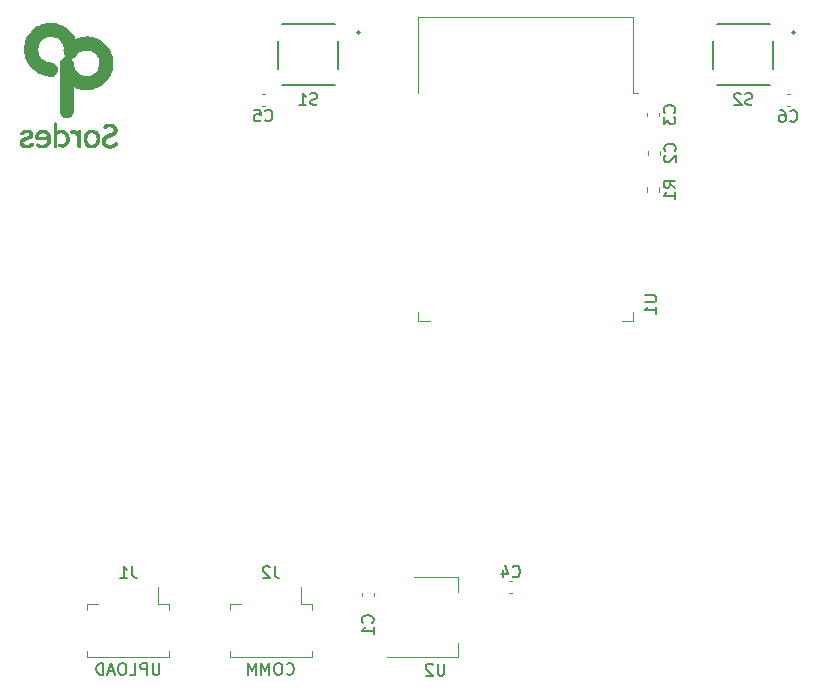
<source format=gbr>
%TF.GenerationSoftware,KiCad,Pcbnew,(5.1.12)-1*%
%TF.CreationDate,2022-08-08T15:47:42+09:00*%
%TF.ProjectId,LCD_module,4c43445f-6d6f-4647-956c-652e6b696361,rev?*%
%TF.SameCoordinates,Original*%
%TF.FileFunction,Legend,Bot*%
%TF.FilePolarity,Positive*%
%FSLAX46Y46*%
G04 Gerber Fmt 4.6, Leading zero omitted, Abs format (unit mm)*
G04 Created by KiCad (PCBNEW (5.1.12)-1) date 2022-08-08 15:47:42*
%MOMM*%
%LPD*%
G01*
G04 APERTURE LIST*
%ADD10C,0.010000*%
%ADD11C,0.120000*%
%ADD12C,0.127000*%
%ADD13C,0.200000*%
%ADD14C,0.150000*%
G04 APERTURE END LIST*
D10*
%TO.C,G\u002A\u002A\u002A*%
G36*
X111370359Y-59546676D02*
G01*
X111297671Y-59548436D01*
X111239937Y-59551196D01*
X111202202Y-59554989D01*
X111201200Y-59555159D01*
X111090187Y-59577079D01*
X110975888Y-59604286D01*
X110865486Y-59634797D01*
X110766164Y-59666632D01*
X110686850Y-59697053D01*
X110525748Y-59771415D01*
X110383306Y-59848482D01*
X110252835Y-59932555D01*
X110127645Y-60027933D01*
X110004612Y-60135612D01*
X109839513Y-60305399D01*
X109694565Y-60490044D01*
X109570602Y-60688050D01*
X109468461Y-60897921D01*
X109388974Y-61118162D01*
X109335399Y-61334650D01*
X109324898Y-61387116D01*
X109314043Y-61439092D01*
X109308383Y-61465007D01*
X109303699Y-61500274D01*
X109300197Y-61555577D01*
X109297867Y-61625580D01*
X109296696Y-61704947D01*
X109296672Y-61788343D01*
X109297782Y-61870430D01*
X109300017Y-61945874D01*
X109303362Y-62009337D01*
X109307807Y-62055486D01*
X109309728Y-62067106D01*
X109320641Y-62122063D01*
X109332430Y-62181988D01*
X109336844Y-62204600D01*
X109389158Y-62412653D01*
X109465410Y-62620911D01*
X109533351Y-62767788D01*
X109648538Y-62969434D01*
X109784738Y-63158118D01*
X109940158Y-63332057D01*
X110113004Y-63489468D01*
X110301483Y-63628568D01*
X110503800Y-63747575D01*
X110535261Y-63763598D01*
X110611728Y-63799095D01*
X110699312Y-63835425D01*
X110790733Y-63869925D01*
X110878711Y-63899927D01*
X110955964Y-63922768D01*
X110996201Y-63932352D01*
X111105391Y-63955046D01*
X111192843Y-63974003D01*
X111261817Y-63989975D01*
X111315576Y-64003715D01*
X111353600Y-64014781D01*
X111423682Y-64029578D01*
X111505397Y-64035837D01*
X111588467Y-64033554D01*
X111662615Y-64022726D01*
X111690835Y-64014895D01*
X111797267Y-63966485D01*
X111888401Y-63900007D01*
X111962954Y-63818511D01*
X112019643Y-63725042D01*
X112057187Y-63622648D01*
X112074303Y-63514376D01*
X112069708Y-63403273D01*
X112042120Y-63292385D01*
X112018525Y-63236364D01*
X111970739Y-63159611D01*
X111906723Y-63088373D01*
X111831955Y-63026892D01*
X111751911Y-62979409D01*
X111672068Y-62950165D01*
X111641753Y-62944567D01*
X111603420Y-62936415D01*
X111573959Y-62924445D01*
X111569035Y-62920964D01*
X111548532Y-62912554D01*
X111509220Y-62903651D01*
X111457625Y-62895566D01*
X111422985Y-62891605D01*
X111316140Y-62878018D01*
X111224406Y-62858658D01*
X111137684Y-62830828D01*
X111045872Y-62791830D01*
X111041265Y-62789679D01*
X110893069Y-62707697D01*
X110763882Y-62609159D01*
X110652536Y-62492925D01*
X110557858Y-62357857D01*
X110512092Y-62274382D01*
X110446941Y-62117205D01*
X110406260Y-61955800D01*
X110389932Y-61792326D01*
X110397843Y-61628938D01*
X110429876Y-61467792D01*
X110485916Y-61311046D01*
X110565847Y-61160855D01*
X110572343Y-61150629D01*
X110671411Y-61019483D01*
X110788973Y-60904116D01*
X110922145Y-60806587D01*
X111068045Y-60728955D01*
X111223790Y-60673277D01*
X111250637Y-60666243D01*
X111416024Y-60637957D01*
X111581982Y-60634439D01*
X111746050Y-60655240D01*
X111905763Y-60699911D01*
X112058660Y-60768000D01*
X112166400Y-60833495D01*
X112262476Y-60910057D01*
X112356398Y-61004783D01*
X112442254Y-61110720D01*
X112514127Y-61220911D01*
X112543972Y-61277500D01*
X112579581Y-61361476D01*
X112608638Y-61449701D01*
X112630225Y-61537239D01*
X112643425Y-61619157D01*
X112647321Y-61690522D01*
X112640995Y-61746400D01*
X112634631Y-61765042D01*
X112627092Y-61797004D01*
X112629856Y-61819615D01*
X112634452Y-61841990D01*
X112638768Y-61882753D01*
X112642150Y-61934892D01*
X112643293Y-61963300D01*
X112653063Y-62069406D01*
X112676919Y-62159354D01*
X112717800Y-62239810D01*
X112778647Y-62317438D01*
X112816777Y-62356596D01*
X112895549Y-62433200D01*
X112833445Y-62433200D01*
X112786348Y-62437725D01*
X112730676Y-62449384D01*
X112694296Y-62460323D01*
X112582621Y-62511672D01*
X112488987Y-62580517D01*
X112413994Y-62666317D01*
X112361959Y-62759816D01*
X112343067Y-62802335D01*
X112326672Y-62837819D01*
X112318024Y-62855302D01*
X112316551Y-62870547D01*
X112315178Y-62909565D01*
X112313904Y-62970727D01*
X112312729Y-63052407D01*
X112311653Y-63152978D01*
X112310677Y-63270812D01*
X112309800Y-63404281D01*
X112309022Y-63551759D01*
X112308343Y-63711617D01*
X112307763Y-63882229D01*
X112307282Y-64061967D01*
X112306900Y-64249204D01*
X112306616Y-64442313D01*
X112306432Y-64639665D01*
X112306346Y-64839634D01*
X112306358Y-65040593D01*
X112306469Y-65240914D01*
X112306678Y-65438969D01*
X112306986Y-65633132D01*
X112307392Y-65821774D01*
X112307897Y-66003269D01*
X112308499Y-66175989D01*
X112309200Y-66338308D01*
X112309999Y-66488596D01*
X112310896Y-66625228D01*
X112311890Y-66746575D01*
X112312983Y-66851011D01*
X112314173Y-66936908D01*
X112315462Y-67002639D01*
X112316847Y-67046576D01*
X112318192Y-67066236D01*
X112345214Y-67171391D01*
X112393200Y-67270645D01*
X112458746Y-67359299D01*
X112538448Y-67432656D01*
X112619030Y-67481507D01*
X112661462Y-67501632D01*
X112697038Y-67518652D01*
X112715503Y-67527628D01*
X112738388Y-67532913D01*
X112777798Y-67536407D01*
X112827211Y-67538150D01*
X112880104Y-67538182D01*
X112929956Y-67536544D01*
X112970244Y-67533274D01*
X112994447Y-67528413D01*
X112998250Y-67525900D01*
X113016414Y-67514593D01*
X113027575Y-67512925D01*
X113069908Y-67502783D01*
X113121916Y-67475992D01*
X113178588Y-67436625D01*
X113234916Y-67388759D01*
X113285889Y-67336469D01*
X113326499Y-67283830D01*
X113342221Y-67256958D01*
X113353962Y-67234150D01*
X113364280Y-67213750D01*
X113373266Y-67194045D01*
X113381012Y-67173324D01*
X113387611Y-67149877D01*
X113393155Y-67121993D01*
X113397735Y-67087959D01*
X113401444Y-67046064D01*
X113404374Y-66994598D01*
X113406617Y-66931849D01*
X113408264Y-66856106D01*
X113409409Y-66765657D01*
X113410143Y-66658792D01*
X113410558Y-66533799D01*
X113410746Y-66388966D01*
X113410799Y-66222584D01*
X113410809Y-66032939D01*
X113410816Y-65981791D01*
X113410927Y-65816410D01*
X113411197Y-65658348D01*
X113411613Y-65509443D01*
X113412163Y-65371535D01*
X113412832Y-65246462D01*
X113413610Y-65136062D01*
X113414483Y-65042174D01*
X113415438Y-64966637D01*
X113416463Y-64911288D01*
X113417546Y-64877966D01*
X113418484Y-64868350D01*
X113432238Y-64870558D01*
X113462988Y-64882660D01*
X113505408Y-64902428D01*
X113531623Y-64915678D01*
X113644306Y-64968815D01*
X113769896Y-65019078D01*
X113898104Y-65062735D01*
X114018638Y-65096052D01*
X114046000Y-65102250D01*
X114232470Y-65133260D01*
X114427989Y-65149098D01*
X114626321Y-65149927D01*
X114821224Y-65135910D01*
X115006461Y-65107211D01*
X115144434Y-65073518D01*
X115369522Y-64994881D01*
X115583739Y-64893752D01*
X115785553Y-64771258D01*
X115973433Y-64628527D01*
X116145849Y-64466686D01*
X116301270Y-64286864D01*
X116401254Y-64147700D01*
X116474136Y-64027259D01*
X116543475Y-63892872D01*
X116605801Y-63752408D01*
X116657644Y-63613742D01*
X116695534Y-63484745D01*
X116697972Y-63474600D01*
X116708090Y-63432007D01*
X116717110Y-63394606D01*
X116719296Y-63385700D01*
X116730721Y-63326480D01*
X116740812Y-63249373D01*
X116749334Y-63159639D01*
X116756048Y-63062538D01*
X116760719Y-62963329D01*
X116762186Y-62904359D01*
X115671685Y-62904359D01*
X115662893Y-63055479D01*
X115632638Y-63207206D01*
X115582150Y-63355568D01*
X115512659Y-63496596D01*
X115425391Y-63626320D01*
X115368142Y-63693708D01*
X115262396Y-63794758D01*
X115146545Y-63879133D01*
X115017011Y-63948821D01*
X114870211Y-64005810D01*
X114738150Y-64043540D01*
X114677604Y-64053156D01*
X114600109Y-64057534D01*
X114513534Y-64056861D01*
X114425744Y-64051326D01*
X114344606Y-64041117D01*
X114303667Y-64033123D01*
X114146620Y-63987461D01*
X114006496Y-63925663D01*
X113878810Y-63845258D01*
X113759076Y-63743775D01*
X113734812Y-63719847D01*
X113640386Y-63610193D01*
X113559343Y-63487235D01*
X113493828Y-63355801D01*
X113445985Y-63220716D01*
X113417961Y-63086804D01*
X113411247Y-62992000D01*
X113399252Y-62871114D01*
X113364529Y-62761497D01*
X113306888Y-62662702D01*
X113237457Y-62584743D01*
X113204625Y-62552982D01*
X113180554Y-62528343D01*
X113169866Y-62515581D01*
X113169700Y-62515031D01*
X113181037Y-62511618D01*
X113209603Y-62509618D01*
X113224753Y-62509400D01*
X113321220Y-62497169D01*
X113416976Y-62462036D01*
X113508477Y-62406341D01*
X113592185Y-62332425D01*
X113664557Y-62242628D01*
X113690055Y-62201895D01*
X113751845Y-62117761D01*
X113835724Y-62038564D01*
X113938561Y-61966239D01*
X114057222Y-61902722D01*
X114188576Y-61849947D01*
X114321741Y-61811648D01*
X114375308Y-61803452D01*
X114446385Y-61798674D01*
X114527324Y-61797242D01*
X114610476Y-61799089D01*
X114688193Y-61804145D01*
X114752824Y-61812340D01*
X114769900Y-61815704D01*
X114934034Y-61864638D01*
X115085419Y-61934845D01*
X115222718Y-62024908D01*
X115344595Y-62133407D01*
X115449713Y-62258924D01*
X115536734Y-62400042D01*
X115604323Y-62555340D01*
X115651143Y-62723402D01*
X115657788Y-62757814D01*
X115671685Y-62904359D01*
X116762186Y-62904359D01*
X116763109Y-62867272D01*
X116762982Y-62779627D01*
X116760100Y-62705654D01*
X116754227Y-62650613D01*
X116752758Y-62642750D01*
X116743914Y-62599276D01*
X116732408Y-62541988D01*
X116720470Y-62481993D01*
X116718356Y-62471300D01*
X116661781Y-62249084D01*
X116582356Y-62035854D01*
X116481488Y-61833065D01*
X116360586Y-61642173D01*
X116221056Y-61464632D01*
X116064308Y-61301898D01*
X115891747Y-61155426D01*
X115704783Y-61026672D01*
X115504824Y-60917091D01*
X115293276Y-60828139D01*
X115071547Y-60761270D01*
X115062000Y-60758959D01*
X114826312Y-60714655D01*
X114593107Y-60695484D01*
X114361358Y-60701425D01*
X114130038Y-60732455D01*
X114101027Y-60738112D01*
X114012851Y-60758466D01*
X113917493Y-60784791D01*
X113822983Y-60814556D01*
X113737351Y-60845231D01*
X113668629Y-60874283D01*
X113667829Y-60874664D01*
X113627793Y-60892866D01*
X113597818Y-60904766D01*
X113584066Y-60907931D01*
X113583895Y-60907794D01*
X113576855Y-60895132D01*
X113560913Y-60864474D01*
X113538507Y-60820555D01*
X113514561Y-60773069D01*
X113395151Y-60562008D01*
X113257993Y-60368988D01*
X113103581Y-60194373D01*
X112932406Y-60038528D01*
X112744963Y-59901817D01*
X112541742Y-59784605D01*
X112323238Y-59687257D01*
X112089944Y-59610138D01*
X111874300Y-59559583D01*
X111838133Y-59555269D01*
X111781619Y-59551722D01*
X111709801Y-59548978D01*
X111627723Y-59547068D01*
X111540429Y-59546025D01*
X111452959Y-59545884D01*
X111370359Y-59546676D01*
G37*
X111370359Y-59546676D02*
X111297671Y-59548436D01*
X111239937Y-59551196D01*
X111202202Y-59554989D01*
X111201200Y-59555159D01*
X111090187Y-59577079D01*
X110975888Y-59604286D01*
X110865486Y-59634797D01*
X110766164Y-59666632D01*
X110686850Y-59697053D01*
X110525748Y-59771415D01*
X110383306Y-59848482D01*
X110252835Y-59932555D01*
X110127645Y-60027933D01*
X110004612Y-60135612D01*
X109839513Y-60305399D01*
X109694565Y-60490044D01*
X109570602Y-60688050D01*
X109468461Y-60897921D01*
X109388974Y-61118162D01*
X109335399Y-61334650D01*
X109324898Y-61387116D01*
X109314043Y-61439092D01*
X109308383Y-61465007D01*
X109303699Y-61500274D01*
X109300197Y-61555577D01*
X109297867Y-61625580D01*
X109296696Y-61704947D01*
X109296672Y-61788343D01*
X109297782Y-61870430D01*
X109300017Y-61945874D01*
X109303362Y-62009337D01*
X109307807Y-62055486D01*
X109309728Y-62067106D01*
X109320641Y-62122063D01*
X109332430Y-62181988D01*
X109336844Y-62204600D01*
X109389158Y-62412653D01*
X109465410Y-62620911D01*
X109533351Y-62767788D01*
X109648538Y-62969434D01*
X109784738Y-63158118D01*
X109940158Y-63332057D01*
X110113004Y-63489468D01*
X110301483Y-63628568D01*
X110503800Y-63747575D01*
X110535261Y-63763598D01*
X110611728Y-63799095D01*
X110699312Y-63835425D01*
X110790733Y-63869925D01*
X110878711Y-63899927D01*
X110955964Y-63922768D01*
X110996201Y-63932352D01*
X111105391Y-63955046D01*
X111192843Y-63974003D01*
X111261817Y-63989975D01*
X111315576Y-64003715D01*
X111353600Y-64014781D01*
X111423682Y-64029578D01*
X111505397Y-64035837D01*
X111588467Y-64033554D01*
X111662615Y-64022726D01*
X111690835Y-64014895D01*
X111797267Y-63966485D01*
X111888401Y-63900007D01*
X111962954Y-63818511D01*
X112019643Y-63725042D01*
X112057187Y-63622648D01*
X112074303Y-63514376D01*
X112069708Y-63403273D01*
X112042120Y-63292385D01*
X112018525Y-63236364D01*
X111970739Y-63159611D01*
X111906723Y-63088373D01*
X111831955Y-63026892D01*
X111751911Y-62979409D01*
X111672068Y-62950165D01*
X111641753Y-62944567D01*
X111603420Y-62936415D01*
X111573959Y-62924445D01*
X111569035Y-62920964D01*
X111548532Y-62912554D01*
X111509220Y-62903651D01*
X111457625Y-62895566D01*
X111422985Y-62891605D01*
X111316140Y-62878018D01*
X111224406Y-62858658D01*
X111137684Y-62830828D01*
X111045872Y-62791830D01*
X111041265Y-62789679D01*
X110893069Y-62707697D01*
X110763882Y-62609159D01*
X110652536Y-62492925D01*
X110557858Y-62357857D01*
X110512092Y-62274382D01*
X110446941Y-62117205D01*
X110406260Y-61955800D01*
X110389932Y-61792326D01*
X110397843Y-61628938D01*
X110429876Y-61467792D01*
X110485916Y-61311046D01*
X110565847Y-61160855D01*
X110572343Y-61150629D01*
X110671411Y-61019483D01*
X110788973Y-60904116D01*
X110922145Y-60806587D01*
X111068045Y-60728955D01*
X111223790Y-60673277D01*
X111250637Y-60666243D01*
X111416024Y-60637957D01*
X111581982Y-60634439D01*
X111746050Y-60655240D01*
X111905763Y-60699911D01*
X112058660Y-60768000D01*
X112166400Y-60833495D01*
X112262476Y-60910057D01*
X112356398Y-61004783D01*
X112442254Y-61110720D01*
X112514127Y-61220911D01*
X112543972Y-61277500D01*
X112579581Y-61361476D01*
X112608638Y-61449701D01*
X112630225Y-61537239D01*
X112643425Y-61619157D01*
X112647321Y-61690522D01*
X112640995Y-61746400D01*
X112634631Y-61765042D01*
X112627092Y-61797004D01*
X112629856Y-61819615D01*
X112634452Y-61841990D01*
X112638768Y-61882753D01*
X112642150Y-61934892D01*
X112643293Y-61963300D01*
X112653063Y-62069406D01*
X112676919Y-62159354D01*
X112717800Y-62239810D01*
X112778647Y-62317438D01*
X112816777Y-62356596D01*
X112895549Y-62433200D01*
X112833445Y-62433200D01*
X112786348Y-62437725D01*
X112730676Y-62449384D01*
X112694296Y-62460323D01*
X112582621Y-62511672D01*
X112488987Y-62580517D01*
X112413994Y-62666317D01*
X112361959Y-62759816D01*
X112343067Y-62802335D01*
X112326672Y-62837819D01*
X112318024Y-62855302D01*
X112316551Y-62870547D01*
X112315178Y-62909565D01*
X112313904Y-62970727D01*
X112312729Y-63052407D01*
X112311653Y-63152978D01*
X112310677Y-63270812D01*
X112309800Y-63404281D01*
X112309022Y-63551759D01*
X112308343Y-63711617D01*
X112307763Y-63882229D01*
X112307282Y-64061967D01*
X112306900Y-64249204D01*
X112306616Y-64442313D01*
X112306432Y-64639665D01*
X112306346Y-64839634D01*
X112306358Y-65040593D01*
X112306469Y-65240914D01*
X112306678Y-65438969D01*
X112306986Y-65633132D01*
X112307392Y-65821774D01*
X112307897Y-66003269D01*
X112308499Y-66175989D01*
X112309200Y-66338308D01*
X112309999Y-66488596D01*
X112310896Y-66625228D01*
X112311890Y-66746575D01*
X112312983Y-66851011D01*
X112314173Y-66936908D01*
X112315462Y-67002639D01*
X112316847Y-67046576D01*
X112318192Y-67066236D01*
X112345214Y-67171391D01*
X112393200Y-67270645D01*
X112458746Y-67359299D01*
X112538448Y-67432656D01*
X112619030Y-67481507D01*
X112661462Y-67501632D01*
X112697038Y-67518652D01*
X112715503Y-67527628D01*
X112738388Y-67532913D01*
X112777798Y-67536407D01*
X112827211Y-67538150D01*
X112880104Y-67538182D01*
X112929956Y-67536544D01*
X112970244Y-67533274D01*
X112994447Y-67528413D01*
X112998250Y-67525900D01*
X113016414Y-67514593D01*
X113027575Y-67512925D01*
X113069908Y-67502783D01*
X113121916Y-67475992D01*
X113178588Y-67436625D01*
X113234916Y-67388759D01*
X113285889Y-67336469D01*
X113326499Y-67283830D01*
X113342221Y-67256958D01*
X113353962Y-67234150D01*
X113364280Y-67213750D01*
X113373266Y-67194045D01*
X113381012Y-67173324D01*
X113387611Y-67149877D01*
X113393155Y-67121993D01*
X113397735Y-67087959D01*
X113401444Y-67046064D01*
X113404374Y-66994598D01*
X113406617Y-66931849D01*
X113408264Y-66856106D01*
X113409409Y-66765657D01*
X113410143Y-66658792D01*
X113410558Y-66533799D01*
X113410746Y-66388966D01*
X113410799Y-66222584D01*
X113410809Y-66032939D01*
X113410816Y-65981791D01*
X113410927Y-65816410D01*
X113411197Y-65658348D01*
X113411613Y-65509443D01*
X113412163Y-65371535D01*
X113412832Y-65246462D01*
X113413610Y-65136062D01*
X113414483Y-65042174D01*
X113415438Y-64966637D01*
X113416463Y-64911288D01*
X113417546Y-64877966D01*
X113418484Y-64868350D01*
X113432238Y-64870558D01*
X113462988Y-64882660D01*
X113505408Y-64902428D01*
X113531623Y-64915678D01*
X113644306Y-64968815D01*
X113769896Y-65019078D01*
X113898104Y-65062735D01*
X114018638Y-65096052D01*
X114046000Y-65102250D01*
X114232470Y-65133260D01*
X114427989Y-65149098D01*
X114626321Y-65149927D01*
X114821224Y-65135910D01*
X115006461Y-65107211D01*
X115144434Y-65073518D01*
X115369522Y-64994881D01*
X115583739Y-64893752D01*
X115785553Y-64771258D01*
X115973433Y-64628527D01*
X116145849Y-64466686D01*
X116301270Y-64286864D01*
X116401254Y-64147700D01*
X116474136Y-64027259D01*
X116543475Y-63892872D01*
X116605801Y-63752408D01*
X116657644Y-63613742D01*
X116695534Y-63484745D01*
X116697972Y-63474600D01*
X116708090Y-63432007D01*
X116717110Y-63394606D01*
X116719296Y-63385700D01*
X116730721Y-63326480D01*
X116740812Y-63249373D01*
X116749334Y-63159639D01*
X116756048Y-63062538D01*
X116760719Y-62963329D01*
X116762186Y-62904359D01*
X115671685Y-62904359D01*
X115662893Y-63055479D01*
X115632638Y-63207206D01*
X115582150Y-63355568D01*
X115512659Y-63496596D01*
X115425391Y-63626320D01*
X115368142Y-63693708D01*
X115262396Y-63794758D01*
X115146545Y-63879133D01*
X115017011Y-63948821D01*
X114870211Y-64005810D01*
X114738150Y-64043540D01*
X114677604Y-64053156D01*
X114600109Y-64057534D01*
X114513534Y-64056861D01*
X114425744Y-64051326D01*
X114344606Y-64041117D01*
X114303667Y-64033123D01*
X114146620Y-63987461D01*
X114006496Y-63925663D01*
X113878810Y-63845258D01*
X113759076Y-63743775D01*
X113734812Y-63719847D01*
X113640386Y-63610193D01*
X113559343Y-63487235D01*
X113493828Y-63355801D01*
X113445985Y-63220716D01*
X113417961Y-63086804D01*
X113411247Y-62992000D01*
X113399252Y-62871114D01*
X113364529Y-62761497D01*
X113306888Y-62662702D01*
X113237457Y-62584743D01*
X113204625Y-62552982D01*
X113180554Y-62528343D01*
X113169866Y-62515581D01*
X113169700Y-62515031D01*
X113181037Y-62511618D01*
X113209603Y-62509618D01*
X113224753Y-62509400D01*
X113321220Y-62497169D01*
X113416976Y-62462036D01*
X113508477Y-62406341D01*
X113592185Y-62332425D01*
X113664557Y-62242628D01*
X113690055Y-62201895D01*
X113751845Y-62117761D01*
X113835724Y-62038564D01*
X113938561Y-61966239D01*
X114057222Y-61902722D01*
X114188576Y-61849947D01*
X114321741Y-61811648D01*
X114375308Y-61803452D01*
X114446385Y-61798674D01*
X114527324Y-61797242D01*
X114610476Y-61799089D01*
X114688193Y-61804145D01*
X114752824Y-61812340D01*
X114769900Y-61815704D01*
X114934034Y-61864638D01*
X115085419Y-61934845D01*
X115222718Y-62024908D01*
X115344595Y-62133407D01*
X115449713Y-62258924D01*
X115536734Y-62400042D01*
X115604323Y-62555340D01*
X115651143Y-62723402D01*
X115657788Y-62757814D01*
X115671685Y-62904359D01*
X116762186Y-62904359D01*
X116763109Y-62867272D01*
X116762982Y-62779627D01*
X116760100Y-62705654D01*
X116754227Y-62650613D01*
X116752758Y-62642750D01*
X116743914Y-62599276D01*
X116732408Y-62541988D01*
X116720470Y-62481993D01*
X116718356Y-62471300D01*
X116661781Y-62249084D01*
X116582356Y-62035854D01*
X116481488Y-61833065D01*
X116360586Y-61642173D01*
X116221056Y-61464632D01*
X116064308Y-61301898D01*
X115891747Y-61155426D01*
X115704783Y-61026672D01*
X115504824Y-60917091D01*
X115293276Y-60828139D01*
X115071547Y-60761270D01*
X115062000Y-60758959D01*
X114826312Y-60714655D01*
X114593107Y-60695484D01*
X114361358Y-60701425D01*
X114130038Y-60732455D01*
X114101027Y-60738112D01*
X114012851Y-60758466D01*
X113917493Y-60784791D01*
X113822983Y-60814556D01*
X113737351Y-60845231D01*
X113668629Y-60874283D01*
X113667829Y-60874664D01*
X113627793Y-60892866D01*
X113597818Y-60904766D01*
X113584066Y-60907931D01*
X113583895Y-60907794D01*
X113576855Y-60895132D01*
X113560913Y-60864474D01*
X113538507Y-60820555D01*
X113514561Y-60773069D01*
X113395151Y-60562008D01*
X113257993Y-60368988D01*
X113103581Y-60194373D01*
X112932406Y-60038528D01*
X112744963Y-59901817D01*
X112541742Y-59784605D01*
X112323238Y-59687257D01*
X112089944Y-59610138D01*
X111874300Y-59559583D01*
X111838133Y-59555269D01*
X111781619Y-59551722D01*
X111709801Y-59548978D01*
X111627723Y-59547068D01*
X111540429Y-59546025D01*
X111452959Y-59545884D01*
X111370359Y-59546676D01*
G36*
X111837991Y-67992758D02*
G01*
X111827384Y-68001050D01*
X111791750Y-68031700D01*
X111791750Y-70017299D01*
X111827384Y-70047949D01*
X111875092Y-70074196D01*
X111926218Y-70076298D01*
X111976476Y-70054315D01*
X111987626Y-70045721D01*
X112026700Y-70012842D01*
X112026700Y-69006887D01*
X112093375Y-68942355D01*
X112161168Y-68883971D01*
X112226058Y-68845609D01*
X112295562Y-68824127D01*
X112377196Y-68816381D01*
X112395000Y-68816203D01*
X112497804Y-68825327D01*
X112585958Y-68853485D01*
X112663094Y-68902078D01*
X112696754Y-68932553D01*
X112753535Y-69002045D01*
X112792702Y-69081154D01*
X112816008Y-69174350D01*
X112824196Y-69257462D01*
X112821774Y-69388377D01*
X112801125Y-69503194D01*
X112762541Y-69601280D01*
X112706309Y-69682004D01*
X112632720Y-69744733D01*
X112590282Y-69768773D01*
X112508419Y-69795803D01*
X112408664Y-69805457D01*
X112290705Y-69797760D01*
X112264385Y-69794062D01*
X112221631Y-69788638D01*
X112194908Y-69789723D01*
X112175335Y-69798867D01*
X112159610Y-69812313D01*
X112133613Y-69852163D01*
X112130736Y-69897166D01*
X112146813Y-69934279D01*
X112180909Y-69964315D01*
X112234637Y-69989659D01*
X112302501Y-70009297D01*
X112379001Y-70022218D01*
X112458639Y-70027408D01*
X112535916Y-70023857D01*
X112587009Y-70015318D01*
X112704838Y-69975636D01*
X112809484Y-69915167D01*
X112899202Y-69835802D01*
X112972250Y-69739429D01*
X113026886Y-69627940D01*
X113061366Y-69503223D01*
X113061893Y-69500297D01*
X113077504Y-69356232D01*
X113072830Y-69219229D01*
X113049176Y-69091099D01*
X113007850Y-68973651D01*
X112950157Y-68868694D01*
X112877405Y-68778037D01*
X112790900Y-68703489D01*
X112691949Y-68646860D01*
X112581857Y-68609958D01*
X112461931Y-68594594D01*
X112408182Y-68595034D01*
X112347378Y-68599422D01*
X112300468Y-68607680D01*
X112255966Y-68622712D01*
X112203734Y-68646761D01*
X112153120Y-68673347D01*
X112106072Y-68700957D01*
X112071647Y-68724229D01*
X112067975Y-68727143D01*
X112026700Y-68761055D01*
X112026700Y-68036157D01*
X111987626Y-68003278D01*
X111938186Y-67975680D01*
X111886880Y-67972154D01*
X111837991Y-67992758D01*
G37*
X111837991Y-67992758D02*
X111827384Y-68001050D01*
X111791750Y-68031700D01*
X111791750Y-70017299D01*
X111827384Y-70047949D01*
X111875092Y-70074196D01*
X111926218Y-70076298D01*
X111976476Y-70054315D01*
X111987626Y-70045721D01*
X112026700Y-70012842D01*
X112026700Y-69006887D01*
X112093375Y-68942355D01*
X112161168Y-68883971D01*
X112226058Y-68845609D01*
X112295562Y-68824127D01*
X112377196Y-68816381D01*
X112395000Y-68816203D01*
X112497804Y-68825327D01*
X112585958Y-68853485D01*
X112663094Y-68902078D01*
X112696754Y-68932553D01*
X112753535Y-69002045D01*
X112792702Y-69081154D01*
X112816008Y-69174350D01*
X112824196Y-69257462D01*
X112821774Y-69388377D01*
X112801125Y-69503194D01*
X112762541Y-69601280D01*
X112706309Y-69682004D01*
X112632720Y-69744733D01*
X112590282Y-69768773D01*
X112508419Y-69795803D01*
X112408664Y-69805457D01*
X112290705Y-69797760D01*
X112264385Y-69794062D01*
X112221631Y-69788638D01*
X112194908Y-69789723D01*
X112175335Y-69798867D01*
X112159610Y-69812313D01*
X112133613Y-69852163D01*
X112130736Y-69897166D01*
X112146813Y-69934279D01*
X112180909Y-69964315D01*
X112234637Y-69989659D01*
X112302501Y-70009297D01*
X112379001Y-70022218D01*
X112458639Y-70027408D01*
X112535916Y-70023857D01*
X112587009Y-70015318D01*
X112704838Y-69975636D01*
X112809484Y-69915167D01*
X112899202Y-69835802D01*
X112972250Y-69739429D01*
X113026886Y-69627940D01*
X113061366Y-69503223D01*
X113061893Y-69500297D01*
X113077504Y-69356232D01*
X113072830Y-69219229D01*
X113049176Y-69091099D01*
X113007850Y-68973651D01*
X112950157Y-68868694D01*
X112877405Y-68778037D01*
X112790900Y-68703489D01*
X112691949Y-68646860D01*
X112581857Y-68609958D01*
X112461931Y-68594594D01*
X112408182Y-68595034D01*
X112347378Y-68599422D01*
X112300468Y-68607680D01*
X112255966Y-68622712D01*
X112203734Y-68646761D01*
X112153120Y-68673347D01*
X112106072Y-68700957D01*
X112071647Y-68724229D01*
X112067975Y-68727143D01*
X112026700Y-68761055D01*
X112026700Y-68036157D01*
X111987626Y-68003278D01*
X111938186Y-67975680D01*
X111886880Y-67972154D01*
X111837991Y-67992758D01*
G36*
X113882990Y-68600103D02*
G01*
X113845905Y-68625832D01*
X113841824Y-68629823D01*
X113819873Y-68655317D01*
X113808733Y-68681583D01*
X113804938Y-68718825D01*
X113804700Y-68739146D01*
X113804700Y-68811347D01*
X113746723Y-68746861D01*
X113666555Y-68676023D01*
X113573391Y-68626753D01*
X113468707Y-68599746D01*
X113424825Y-68595383D01*
X113345851Y-68595837D01*
X113286685Y-68608409D01*
X113244201Y-68634293D01*
X113215273Y-68674686D01*
X113214767Y-68675743D01*
X113201155Y-68727432D01*
X113212350Y-68773995D01*
X113240242Y-68809249D01*
X113259890Y-68823683D01*
X113286422Y-68833805D01*
X113325840Y-68841158D01*
X113384147Y-68847287D01*
X113390092Y-68847795D01*
X113481884Y-68859838D01*
X113551561Y-68878446D01*
X113568534Y-68885561D01*
X113639981Y-68932821D01*
X113700653Y-69001095D01*
X113748831Y-69087666D01*
X113782796Y-69189819D01*
X113793028Y-69240400D01*
X113796116Y-69271816D01*
X113798898Y-69324447D01*
X113801256Y-69394108D01*
X113803075Y-69476614D01*
X113804237Y-69567782D01*
X113804627Y-69657301D01*
X113804700Y-70004353D01*
X113841824Y-70041476D01*
X113879044Y-70069442D01*
X113920289Y-70078526D01*
X113925350Y-70078600D01*
X113967711Y-70071196D01*
X114004796Y-70045467D01*
X114008877Y-70041476D01*
X114046000Y-70004353D01*
X114046000Y-68666946D01*
X114008877Y-68629823D01*
X113971657Y-68601857D01*
X113930412Y-68592773D01*
X113925350Y-68592700D01*
X113882990Y-68600103D01*
G37*
X113882990Y-68600103D02*
X113845905Y-68625832D01*
X113841824Y-68629823D01*
X113819873Y-68655317D01*
X113808733Y-68681583D01*
X113804938Y-68718825D01*
X113804700Y-68739146D01*
X113804700Y-68811347D01*
X113746723Y-68746861D01*
X113666555Y-68676023D01*
X113573391Y-68626753D01*
X113468707Y-68599746D01*
X113424825Y-68595383D01*
X113345851Y-68595837D01*
X113286685Y-68608409D01*
X113244201Y-68634293D01*
X113215273Y-68674686D01*
X113214767Y-68675743D01*
X113201155Y-68727432D01*
X113212350Y-68773995D01*
X113240242Y-68809249D01*
X113259890Y-68823683D01*
X113286422Y-68833805D01*
X113325840Y-68841158D01*
X113384147Y-68847287D01*
X113390092Y-68847795D01*
X113481884Y-68859838D01*
X113551561Y-68878446D01*
X113568534Y-68885561D01*
X113639981Y-68932821D01*
X113700653Y-69001095D01*
X113748831Y-69087666D01*
X113782796Y-69189819D01*
X113793028Y-69240400D01*
X113796116Y-69271816D01*
X113798898Y-69324447D01*
X113801256Y-69394108D01*
X113803075Y-69476614D01*
X113804237Y-69567782D01*
X113804627Y-69657301D01*
X113804700Y-70004353D01*
X113841824Y-70041476D01*
X113879044Y-70069442D01*
X113920289Y-70078526D01*
X113925350Y-70078600D01*
X113967711Y-70071196D01*
X114004796Y-70045467D01*
X114008877Y-70041476D01*
X114046000Y-70004353D01*
X114046000Y-68666946D01*
X114008877Y-68629823D01*
X113971657Y-68601857D01*
X113930412Y-68592773D01*
X113925350Y-68592700D01*
X113882990Y-68600103D01*
G36*
X109358404Y-68590745D02*
G01*
X109250488Y-68619462D01*
X109179745Y-68649740D01*
X109105647Y-68693615D01*
X109045510Y-68742538D01*
X109001076Y-68793748D01*
X108974086Y-68844484D01*
X108966282Y-68891986D01*
X108979405Y-68933493D01*
X108991400Y-68948300D01*
X109030794Y-68971578D01*
X109078119Y-68971025D01*
X109132761Y-68946729D01*
X109165649Y-68923326D01*
X109239336Y-68869498D01*
X109305282Y-68833448D01*
X109370642Y-68812378D01*
X109442568Y-68803491D01*
X109474000Y-68802722D01*
X109558272Y-68806334D01*
X109623740Y-68818854D01*
X109675921Y-68841860D01*
X109714854Y-68871682D01*
X109739358Y-68898918D01*
X109750653Y-68927497D01*
X109753400Y-68969261D01*
X109753400Y-68969619D01*
X109750454Y-69010083D01*
X109739856Y-69044155D01*
X109718970Y-69073715D01*
X109685157Y-69100645D01*
X109635782Y-69126824D01*
X109568206Y-69154132D01*
X109479792Y-69184449D01*
X109429550Y-69200505D01*
X109304107Y-69242855D01*
X109201120Y-69284445D01*
X109117770Y-69327003D01*
X109051236Y-69372254D01*
X108998697Y-69421927D01*
X108957333Y-69477747D01*
X108946546Y-69496193D01*
X108926754Y-69535294D01*
X108915343Y-69569959D01*
X108910109Y-69610102D01*
X108908851Y-69665639D01*
X108908850Y-69665850D01*
X108918555Y-69766242D01*
X108948104Y-69852397D01*
X108998153Y-69925045D01*
X109069357Y-69984919D01*
X109162368Y-70032750D01*
X109267510Y-70066682D01*
X109371551Y-70084821D01*
X109486036Y-70090582D01*
X109599919Y-70083980D01*
X109698003Y-70066135D01*
X109796137Y-70034187D01*
X109881587Y-69993968D01*
X109950666Y-69947711D01*
X109999692Y-69897649D01*
X110014207Y-69874517D01*
X110031203Y-69821716D01*
X110029158Y-69771333D01*
X110008594Y-69730564D01*
X110003407Y-69725213D01*
X109962445Y-69700792D01*
X109915521Y-69699725D01*
X109861465Y-69722158D01*
X109823932Y-69747873D01*
X109774086Y-69782253D01*
X109716597Y-69816147D01*
X109683059Y-69833167D01*
X109643683Y-69849925D01*
X109608156Y-69860397D01*
X109568171Y-69866037D01*
X109515421Y-69868297D01*
X109480350Y-69868618D01*
X109388776Y-69865096D01*
X109316628Y-69852831D01*
X109258985Y-69830324D01*
X109210929Y-69796074D01*
X109196482Y-69782090D01*
X109160084Y-69728848D01*
X109147301Y-69671479D01*
X109157617Y-69613783D01*
X109190514Y-69559559D01*
X109231891Y-69521846D01*
X109265036Y-69503080D01*
X109319341Y-69478779D01*
X109391512Y-69450281D01*
X109478257Y-69418928D01*
X109519854Y-69404687D01*
X109634299Y-69364554D01*
X109726898Y-69328017D01*
X109800598Y-69293145D01*
X109858344Y-69258008D01*
X109903083Y-69220672D01*
X109937761Y-69179208D01*
X109965322Y-69131683D01*
X109977537Y-69104611D01*
X109993797Y-69041215D01*
X109997191Y-68967191D01*
X109987959Y-68893668D01*
X109971903Y-68843276D01*
X109923740Y-68764537D01*
X109856637Y-68698606D01*
X109774062Y-68646332D01*
X109679484Y-68608562D01*
X109576369Y-68586143D01*
X109468187Y-68579921D01*
X109358404Y-68590745D01*
G37*
X109358404Y-68590745D02*
X109250488Y-68619462D01*
X109179745Y-68649740D01*
X109105647Y-68693615D01*
X109045510Y-68742538D01*
X109001076Y-68793748D01*
X108974086Y-68844484D01*
X108966282Y-68891986D01*
X108979405Y-68933493D01*
X108991400Y-68948300D01*
X109030794Y-68971578D01*
X109078119Y-68971025D01*
X109132761Y-68946729D01*
X109165649Y-68923326D01*
X109239336Y-68869498D01*
X109305282Y-68833448D01*
X109370642Y-68812378D01*
X109442568Y-68803491D01*
X109474000Y-68802722D01*
X109558272Y-68806334D01*
X109623740Y-68818854D01*
X109675921Y-68841860D01*
X109714854Y-68871682D01*
X109739358Y-68898918D01*
X109750653Y-68927497D01*
X109753400Y-68969261D01*
X109753400Y-68969619D01*
X109750454Y-69010083D01*
X109739856Y-69044155D01*
X109718970Y-69073715D01*
X109685157Y-69100645D01*
X109635782Y-69126824D01*
X109568206Y-69154132D01*
X109479792Y-69184449D01*
X109429550Y-69200505D01*
X109304107Y-69242855D01*
X109201120Y-69284445D01*
X109117770Y-69327003D01*
X109051236Y-69372254D01*
X108998697Y-69421927D01*
X108957333Y-69477747D01*
X108946546Y-69496193D01*
X108926754Y-69535294D01*
X108915343Y-69569959D01*
X108910109Y-69610102D01*
X108908851Y-69665639D01*
X108908850Y-69665850D01*
X108918555Y-69766242D01*
X108948104Y-69852397D01*
X108998153Y-69925045D01*
X109069357Y-69984919D01*
X109162368Y-70032750D01*
X109267510Y-70066682D01*
X109371551Y-70084821D01*
X109486036Y-70090582D01*
X109599919Y-70083980D01*
X109698003Y-70066135D01*
X109796137Y-70034187D01*
X109881587Y-69993968D01*
X109950666Y-69947711D01*
X109999692Y-69897649D01*
X110014207Y-69874517D01*
X110031203Y-69821716D01*
X110029158Y-69771333D01*
X110008594Y-69730564D01*
X110003407Y-69725213D01*
X109962445Y-69700792D01*
X109915521Y-69699725D01*
X109861465Y-69722158D01*
X109823932Y-69747873D01*
X109774086Y-69782253D01*
X109716597Y-69816147D01*
X109683059Y-69833167D01*
X109643683Y-69849925D01*
X109608156Y-69860397D01*
X109568171Y-69866037D01*
X109515421Y-69868297D01*
X109480350Y-69868618D01*
X109388776Y-69865096D01*
X109316628Y-69852831D01*
X109258985Y-69830324D01*
X109210929Y-69796074D01*
X109196482Y-69782090D01*
X109160084Y-69728848D01*
X109147301Y-69671479D01*
X109157617Y-69613783D01*
X109190514Y-69559559D01*
X109231891Y-69521846D01*
X109265036Y-69503080D01*
X109319341Y-69478779D01*
X109391512Y-69450281D01*
X109478257Y-69418928D01*
X109519854Y-69404687D01*
X109634299Y-69364554D01*
X109726898Y-69328017D01*
X109800598Y-69293145D01*
X109858344Y-69258008D01*
X109903083Y-69220672D01*
X109937761Y-69179208D01*
X109965322Y-69131683D01*
X109977537Y-69104611D01*
X109993797Y-69041215D01*
X109997191Y-68967191D01*
X109987959Y-68893668D01*
X109971903Y-68843276D01*
X109923740Y-68764537D01*
X109856637Y-68698606D01*
X109774062Y-68646332D01*
X109679484Y-68608562D01*
X109576369Y-68586143D01*
X109468187Y-68579921D01*
X109358404Y-68590745D01*
G36*
X110710844Y-68591539D02*
G01*
X110597717Y-68625567D01*
X110496997Y-68681200D01*
X110410114Y-68757554D01*
X110338502Y-68853744D01*
X110311849Y-68902841D01*
X110276645Y-68987232D01*
X110252679Y-69071271D01*
X110240232Y-69150841D01*
X110239584Y-69221824D01*
X110251013Y-69280101D01*
X110274801Y-69321556D01*
X110282889Y-69328948D01*
X110292272Y-69335620D01*
X110303463Y-69341028D01*
X110319046Y-69345305D01*
X110341603Y-69348584D01*
X110373718Y-69350997D01*
X110417975Y-69352676D01*
X110476956Y-69353753D01*
X110553244Y-69354361D01*
X110649423Y-69354632D01*
X110768076Y-69354699D01*
X110785646Y-69354700D01*
X111255667Y-69354700D01*
X111248421Y-69450504D01*
X111229790Y-69556042D01*
X111191892Y-69650870D01*
X111136787Y-69731919D01*
X111066540Y-69796122D01*
X110987513Y-69838769D01*
X110939983Y-69854081D01*
X110888713Y-69863148D01*
X110824799Y-69867303D01*
X110792682Y-69867897D01*
X110736858Y-69868057D01*
X110696571Y-69865903D01*
X110663447Y-69859357D01*
X110629111Y-69846341D01*
X110585188Y-69824775D01*
X110554310Y-69808725D01*
X110483430Y-69774490D01*
X110429113Y-69755247D01*
X110387848Y-69750421D01*
X110356124Y-69759441D01*
X110337924Y-69773476D01*
X110310537Y-69815329D01*
X110306459Y-69860428D01*
X110324151Y-69906750D01*
X110362074Y-69952268D01*
X110418691Y-69994960D01*
X110492462Y-70032798D01*
X110551574Y-70054702D01*
X110620775Y-70071034D01*
X110705114Y-70082035D01*
X110795979Y-70087367D01*
X110884758Y-70086691D01*
X110962838Y-70079670D01*
X111000774Y-70072320D01*
X111121844Y-70029385D01*
X111228457Y-69965953D01*
X111319571Y-69883094D01*
X111394144Y-69781877D01*
X111451133Y-69663375D01*
X111476752Y-69583300D01*
X111488692Y-69523631D01*
X111495840Y-69450051D01*
X111498649Y-69357479D01*
X111498730Y-69335650D01*
X111496757Y-69238548D01*
X111490536Y-69161481D01*
X111484293Y-69125960D01*
X111240491Y-69125960D01*
X111236636Y-69140901D01*
X111222552Y-69151401D01*
X111195905Y-69158231D01*
X111154361Y-69162160D01*
X111095586Y-69163960D01*
X111017246Y-69164401D01*
X110917006Y-69164253D01*
X110858300Y-69164200D01*
X110477300Y-69164200D01*
X110477300Y-69132926D01*
X110485133Y-69085075D01*
X110505761Y-69027962D01*
X110534881Y-68971107D01*
X110568191Y-68924032D01*
X110575137Y-68916464D01*
X110646093Y-68861015D01*
X110731876Y-68825818D01*
X110789463Y-68814437D01*
X110854088Y-68812870D01*
X110927898Y-68821615D01*
X110998521Y-68838645D01*
X111042450Y-68855880D01*
X111100815Y-68895497D01*
X111155573Y-68951071D01*
X111198602Y-69013560D01*
X111214022Y-69046789D01*
X111226850Y-69079675D01*
X111236451Y-69105808D01*
X111240491Y-69125960D01*
X111484293Y-69125960D01*
X111479618Y-69099369D01*
X111476752Y-69088000D01*
X111430785Y-68958341D01*
X111367210Y-68846058D01*
X111287280Y-68752143D01*
X111192251Y-68677589D01*
X111083377Y-68623389D01*
X110961913Y-68590535D01*
X110834944Y-68580000D01*
X110710844Y-68591539D01*
G37*
X110710844Y-68591539D02*
X110597717Y-68625567D01*
X110496997Y-68681200D01*
X110410114Y-68757554D01*
X110338502Y-68853744D01*
X110311849Y-68902841D01*
X110276645Y-68987232D01*
X110252679Y-69071271D01*
X110240232Y-69150841D01*
X110239584Y-69221824D01*
X110251013Y-69280101D01*
X110274801Y-69321556D01*
X110282889Y-69328948D01*
X110292272Y-69335620D01*
X110303463Y-69341028D01*
X110319046Y-69345305D01*
X110341603Y-69348584D01*
X110373718Y-69350997D01*
X110417975Y-69352676D01*
X110476956Y-69353753D01*
X110553244Y-69354361D01*
X110649423Y-69354632D01*
X110768076Y-69354699D01*
X110785646Y-69354700D01*
X111255667Y-69354700D01*
X111248421Y-69450504D01*
X111229790Y-69556042D01*
X111191892Y-69650870D01*
X111136787Y-69731919D01*
X111066540Y-69796122D01*
X110987513Y-69838769D01*
X110939983Y-69854081D01*
X110888713Y-69863148D01*
X110824799Y-69867303D01*
X110792682Y-69867897D01*
X110736858Y-69868057D01*
X110696571Y-69865903D01*
X110663447Y-69859357D01*
X110629111Y-69846341D01*
X110585188Y-69824775D01*
X110554310Y-69808725D01*
X110483430Y-69774490D01*
X110429113Y-69755247D01*
X110387848Y-69750421D01*
X110356124Y-69759441D01*
X110337924Y-69773476D01*
X110310537Y-69815329D01*
X110306459Y-69860428D01*
X110324151Y-69906750D01*
X110362074Y-69952268D01*
X110418691Y-69994960D01*
X110492462Y-70032798D01*
X110551574Y-70054702D01*
X110620775Y-70071034D01*
X110705114Y-70082035D01*
X110795979Y-70087367D01*
X110884758Y-70086691D01*
X110962838Y-70079670D01*
X111000774Y-70072320D01*
X111121844Y-70029385D01*
X111228457Y-69965953D01*
X111319571Y-69883094D01*
X111394144Y-69781877D01*
X111451133Y-69663375D01*
X111476752Y-69583300D01*
X111488692Y-69523631D01*
X111495840Y-69450051D01*
X111498649Y-69357479D01*
X111498730Y-69335650D01*
X111496757Y-69238548D01*
X111490536Y-69161481D01*
X111484293Y-69125960D01*
X111240491Y-69125960D01*
X111236636Y-69140901D01*
X111222552Y-69151401D01*
X111195905Y-69158231D01*
X111154361Y-69162160D01*
X111095586Y-69163960D01*
X111017246Y-69164401D01*
X110917006Y-69164253D01*
X110858300Y-69164200D01*
X110477300Y-69164200D01*
X110477300Y-69132926D01*
X110485133Y-69085075D01*
X110505761Y-69027962D01*
X110534881Y-68971107D01*
X110568191Y-68924032D01*
X110575137Y-68916464D01*
X110646093Y-68861015D01*
X110731876Y-68825818D01*
X110789463Y-68814437D01*
X110854088Y-68812870D01*
X110927898Y-68821615D01*
X110998521Y-68838645D01*
X111042450Y-68855880D01*
X111100815Y-68895497D01*
X111155573Y-68951071D01*
X111198602Y-69013560D01*
X111214022Y-69046789D01*
X111226850Y-69079675D01*
X111236451Y-69105808D01*
X111240491Y-69125960D01*
X111484293Y-69125960D01*
X111479618Y-69099369D01*
X111476752Y-69088000D01*
X111430785Y-68958341D01*
X111367210Y-68846058D01*
X111287280Y-68752143D01*
X111192251Y-68677589D01*
X111083377Y-68623389D01*
X110961913Y-68590535D01*
X110834944Y-68580000D01*
X110710844Y-68591539D01*
G36*
X114868351Y-68590635D02*
G01*
X114754564Y-68623176D01*
X114650528Y-68678578D01*
X114553940Y-68757795D01*
X114545967Y-68765690D01*
X114465384Y-68863938D01*
X114404598Y-68977207D01*
X114363457Y-69105927D01*
X114341805Y-69250531D01*
X114338100Y-69348350D01*
X114347943Y-69498346D01*
X114377082Y-69633740D01*
X114424928Y-69753667D01*
X114490897Y-69857263D01*
X114574402Y-69943665D01*
X114674856Y-70012009D01*
X114791672Y-70061430D01*
X114829631Y-70072388D01*
X114897855Y-70084198D01*
X114979743Y-70089472D01*
X115064871Y-70088227D01*
X115142812Y-70080485D01*
X115185641Y-70071721D01*
X115297268Y-70029096D01*
X115399349Y-69965445D01*
X115487873Y-69884145D01*
X115558828Y-69788572D01*
X115587989Y-69733174D01*
X115620141Y-69656846D01*
X115642310Y-69587502D01*
X115656075Y-69517092D01*
X115663016Y-69437567D01*
X115663917Y-69386822D01*
X115429089Y-69386822D01*
X115415068Y-69498283D01*
X115385345Y-69601280D01*
X115340313Y-69690510D01*
X115324060Y-69713562D01*
X115254496Y-69785220D01*
X115172969Y-69835813D01*
X115082688Y-69864647D01*
X114986861Y-69871028D01*
X114888697Y-69854262D01*
X114811894Y-69824338D01*
X114755223Y-69790685D01*
X114708454Y-69752167D01*
X114694183Y-69736309D01*
X114638257Y-69647801D01*
X114599505Y-69548191D01*
X114577497Y-69441445D01*
X114571807Y-69331528D01*
X114582004Y-69222404D01*
X114607660Y-69118039D01*
X114648347Y-69022398D01*
X114703634Y-68939447D01*
X114773095Y-68873150D01*
X114788707Y-68862200D01*
X114873538Y-68820103D01*
X114962681Y-68801021D01*
X115052633Y-68803800D01*
X115139892Y-68827285D01*
X115220956Y-68870324D01*
X115292323Y-68931763D01*
X115350491Y-69010447D01*
X115372997Y-69054684D01*
X115408447Y-69159719D01*
X115427013Y-69272199D01*
X115429089Y-69386822D01*
X115663917Y-69386822D01*
X115664714Y-69342000D01*
X115658713Y-69210499D01*
X115640588Y-69096724D01*
X115608720Y-68995273D01*
X115561486Y-68900742D01*
X115508938Y-68822986D01*
X115425436Y-68731894D01*
X115327888Y-68661833D01*
X115216916Y-68613096D01*
X115093143Y-68585977D01*
X114994194Y-68580000D01*
X114868351Y-68590635D01*
G37*
X114868351Y-68590635D02*
X114754564Y-68623176D01*
X114650528Y-68678578D01*
X114553940Y-68757795D01*
X114545967Y-68765690D01*
X114465384Y-68863938D01*
X114404598Y-68977207D01*
X114363457Y-69105927D01*
X114341805Y-69250531D01*
X114338100Y-69348350D01*
X114347943Y-69498346D01*
X114377082Y-69633740D01*
X114424928Y-69753667D01*
X114490897Y-69857263D01*
X114574402Y-69943665D01*
X114674856Y-70012009D01*
X114791672Y-70061430D01*
X114829631Y-70072388D01*
X114897855Y-70084198D01*
X114979743Y-70089472D01*
X115064871Y-70088227D01*
X115142812Y-70080485D01*
X115185641Y-70071721D01*
X115297268Y-70029096D01*
X115399349Y-69965445D01*
X115487873Y-69884145D01*
X115558828Y-69788572D01*
X115587989Y-69733174D01*
X115620141Y-69656846D01*
X115642310Y-69587502D01*
X115656075Y-69517092D01*
X115663016Y-69437567D01*
X115663917Y-69386822D01*
X115429089Y-69386822D01*
X115415068Y-69498283D01*
X115385345Y-69601280D01*
X115340313Y-69690510D01*
X115324060Y-69713562D01*
X115254496Y-69785220D01*
X115172969Y-69835813D01*
X115082688Y-69864647D01*
X114986861Y-69871028D01*
X114888697Y-69854262D01*
X114811894Y-69824338D01*
X114755223Y-69790685D01*
X114708454Y-69752167D01*
X114694183Y-69736309D01*
X114638257Y-69647801D01*
X114599505Y-69548191D01*
X114577497Y-69441445D01*
X114571807Y-69331528D01*
X114582004Y-69222404D01*
X114607660Y-69118039D01*
X114648347Y-69022398D01*
X114703634Y-68939447D01*
X114773095Y-68873150D01*
X114788707Y-68862200D01*
X114873538Y-68820103D01*
X114962681Y-68801021D01*
X115052633Y-68803800D01*
X115139892Y-68827285D01*
X115220956Y-68870324D01*
X115292323Y-68931763D01*
X115350491Y-69010447D01*
X115372997Y-69054684D01*
X115408447Y-69159719D01*
X115427013Y-69272199D01*
X115429089Y-69386822D01*
X115663917Y-69386822D01*
X115664714Y-69342000D01*
X115658713Y-69210499D01*
X115640588Y-69096724D01*
X115608720Y-68995273D01*
X115561486Y-68900742D01*
X115508938Y-68822986D01*
X115425436Y-68731894D01*
X115327888Y-68661833D01*
X115216916Y-68613096D01*
X115093143Y-68585977D01*
X114994194Y-68580000D01*
X114868351Y-68590635D01*
G36*
X116389002Y-68081299D02*
G01*
X116281455Y-68105501D01*
X116184314Y-68144517D01*
X116101939Y-68197841D01*
X116064786Y-68232778D01*
X116026910Y-68284768D01*
X116012943Y-68331990D01*
X116022991Y-68373391D01*
X116047963Y-68401278D01*
X116093258Y-68423838D01*
X116145508Y-68424537D01*
X116206756Y-68403187D01*
X116242745Y-68383366D01*
X116330101Y-68340008D01*
X116418182Y-68313797D01*
X116504710Y-68303366D01*
X116587411Y-68307352D01*
X116664006Y-68324390D01*
X116732219Y-68353115D01*
X116789775Y-68392163D01*
X116834396Y-68440169D01*
X116863806Y-68495767D01*
X116875728Y-68557595D01*
X116867887Y-68624287D01*
X116838004Y-68694478D01*
X116816449Y-68727267D01*
X116786708Y-68761141D01*
X116747245Y-68793217D01*
X116695076Y-68825118D01*
X116627221Y-68858466D01*
X116540696Y-68894885D01*
X116433601Y-68935600D01*
X116359457Y-68963736D01*
X116288444Y-68992375D01*
X116226232Y-69019107D01*
X116178493Y-69041522D01*
X116157253Y-69053031D01*
X116058123Y-69127363D01*
X115974665Y-69219343D01*
X115915256Y-69315828D01*
X115895097Y-69357649D01*
X115881757Y-69390677D01*
X115873829Y-69422166D01*
X115869907Y-69459372D01*
X115868584Y-69509550D01*
X115868450Y-69557241D01*
X115868999Y-69623153D01*
X115871363Y-69670609D01*
X115876623Y-69706541D01*
X115885860Y-69737882D01*
X115900154Y-69771564D01*
X115902688Y-69777008D01*
X115961308Y-69872824D01*
X116039567Y-69954307D01*
X116134974Y-70019587D01*
X116245036Y-70066795D01*
X116312950Y-70084811D01*
X116403081Y-70097831D01*
X116505166Y-70102877D01*
X116609407Y-70100099D01*
X116706007Y-70089649D01*
X116763800Y-70077858D01*
X116865167Y-70045318D01*
X116955646Y-70004122D01*
X117032816Y-69956302D01*
X117094257Y-69903891D01*
X117137546Y-69848919D01*
X117160262Y-69793417D01*
X117161090Y-69744568D01*
X117141647Y-69703877D01*
X117105531Y-69674871D01*
X117059969Y-69660627D01*
X117012184Y-69664221D01*
X116991846Y-69672496D01*
X116970266Y-69686238D01*
X116935516Y-69710629D01*
X116894522Y-69740785D01*
X116887906Y-69745774D01*
X116813353Y-69798048D01*
X116747117Y-69833599D01*
X116681264Y-69855228D01*
X116607863Y-69865735D01*
X116541550Y-69868006D01*
X116438367Y-69863650D01*
X116354292Y-69848943D01*
X116284707Y-69822600D01*
X116224995Y-69783334D01*
X116218809Y-69778152D01*
X116162649Y-69714681D01*
X116127932Y-69641420D01*
X116114893Y-69562554D01*
X116123762Y-69482267D01*
X116154773Y-69404744D01*
X116194903Y-69348407D01*
X116223116Y-69318155D01*
X116251573Y-69292818D01*
X116284236Y-69270290D01*
X116325061Y-69248464D01*
X116378007Y-69225235D01*
X116447033Y-69198498D01*
X116536097Y-69166146D01*
X116540490Y-69164578D01*
X116650234Y-69124204D01*
X116739377Y-69088353D01*
X116811866Y-69055020D01*
X116871646Y-69022202D01*
X116922664Y-68987898D01*
X116968868Y-68950102D01*
X116976344Y-68943354D01*
X117043338Y-68869474D01*
X117089293Y-68787425D01*
X117117647Y-68690917D01*
X117119350Y-68681879D01*
X117126155Y-68575980D01*
X117109513Y-68472030D01*
X117071322Y-68373641D01*
X117013481Y-68284426D01*
X116937887Y-68207998D01*
X116846439Y-68147969D01*
X116836091Y-68142811D01*
X116730502Y-68102669D01*
X116617885Y-68079375D01*
X116502599Y-68072421D01*
X116389002Y-68081299D01*
G37*
X116389002Y-68081299D02*
X116281455Y-68105501D01*
X116184314Y-68144517D01*
X116101939Y-68197841D01*
X116064786Y-68232778D01*
X116026910Y-68284768D01*
X116012943Y-68331990D01*
X116022991Y-68373391D01*
X116047963Y-68401278D01*
X116093258Y-68423838D01*
X116145508Y-68424537D01*
X116206756Y-68403187D01*
X116242745Y-68383366D01*
X116330101Y-68340008D01*
X116418182Y-68313797D01*
X116504710Y-68303366D01*
X116587411Y-68307352D01*
X116664006Y-68324390D01*
X116732219Y-68353115D01*
X116789775Y-68392163D01*
X116834396Y-68440169D01*
X116863806Y-68495767D01*
X116875728Y-68557595D01*
X116867887Y-68624287D01*
X116838004Y-68694478D01*
X116816449Y-68727267D01*
X116786708Y-68761141D01*
X116747245Y-68793217D01*
X116695076Y-68825118D01*
X116627221Y-68858466D01*
X116540696Y-68894885D01*
X116433601Y-68935600D01*
X116359457Y-68963736D01*
X116288444Y-68992375D01*
X116226232Y-69019107D01*
X116178493Y-69041522D01*
X116157253Y-69053031D01*
X116058123Y-69127363D01*
X115974665Y-69219343D01*
X115915256Y-69315828D01*
X115895097Y-69357649D01*
X115881757Y-69390677D01*
X115873829Y-69422166D01*
X115869907Y-69459372D01*
X115868584Y-69509550D01*
X115868450Y-69557241D01*
X115868999Y-69623153D01*
X115871363Y-69670609D01*
X115876623Y-69706541D01*
X115885860Y-69737882D01*
X115900154Y-69771564D01*
X115902688Y-69777008D01*
X115961308Y-69872824D01*
X116039567Y-69954307D01*
X116134974Y-70019587D01*
X116245036Y-70066795D01*
X116312950Y-70084811D01*
X116403081Y-70097831D01*
X116505166Y-70102877D01*
X116609407Y-70100099D01*
X116706007Y-70089649D01*
X116763800Y-70077858D01*
X116865167Y-70045318D01*
X116955646Y-70004122D01*
X117032816Y-69956302D01*
X117094257Y-69903891D01*
X117137546Y-69848919D01*
X117160262Y-69793417D01*
X117161090Y-69744568D01*
X117141647Y-69703877D01*
X117105531Y-69674871D01*
X117059969Y-69660627D01*
X117012184Y-69664221D01*
X116991846Y-69672496D01*
X116970266Y-69686238D01*
X116935516Y-69710629D01*
X116894522Y-69740785D01*
X116887906Y-69745774D01*
X116813353Y-69798048D01*
X116747117Y-69833599D01*
X116681264Y-69855228D01*
X116607863Y-69865735D01*
X116541550Y-69868006D01*
X116438367Y-69863650D01*
X116354292Y-69848943D01*
X116284707Y-69822600D01*
X116224995Y-69783334D01*
X116218809Y-69778152D01*
X116162649Y-69714681D01*
X116127932Y-69641420D01*
X116114893Y-69562554D01*
X116123762Y-69482267D01*
X116154773Y-69404744D01*
X116194903Y-69348407D01*
X116223116Y-69318155D01*
X116251573Y-69292818D01*
X116284236Y-69270290D01*
X116325061Y-69248464D01*
X116378007Y-69225235D01*
X116447033Y-69198498D01*
X116536097Y-69166146D01*
X116540490Y-69164578D01*
X116650234Y-69124204D01*
X116739377Y-69088353D01*
X116811866Y-69055020D01*
X116871646Y-69022202D01*
X116922664Y-68987898D01*
X116968868Y-68950102D01*
X116976344Y-68943354D01*
X117043338Y-68869474D01*
X117089293Y-68787425D01*
X117117647Y-68690917D01*
X117119350Y-68681879D01*
X117126155Y-68575980D01*
X117109513Y-68472030D01*
X117071322Y-68373641D01*
X117013481Y-68284426D01*
X116937887Y-68207998D01*
X116846439Y-68147969D01*
X116836091Y-68142811D01*
X116730502Y-68102669D01*
X116617885Y-68079375D01*
X116502599Y-68072421D01*
X116389002Y-68081299D01*
D11*
%TO.C,C1*%
X137920000Y-107809420D02*
X137920000Y-108090580D01*
X138940000Y-107809420D02*
X138940000Y-108090580D01*
%TO.C,C2*%
X162079999Y-70695579D02*
X162079999Y-70414419D01*
X163099999Y-70695579D02*
X163099999Y-70414419D01*
%TO.C,C3*%
X163070000Y-67450580D02*
X163070000Y-67169420D01*
X162050000Y-67450580D02*
X162050000Y-67169420D01*
%TO.C,C4*%
X150354420Y-106805000D02*
X150635580Y-106805000D01*
X150354420Y-107825000D02*
X150635580Y-107825000D01*
%TO.C,C5*%
X129680580Y-66550000D02*
X129399420Y-66550000D01*
X129680580Y-65530000D02*
X129399420Y-65530000D01*
%TO.C,C6*%
X173849420Y-66550000D02*
X174130580Y-66550000D01*
X173849420Y-65530000D02*
X174130580Y-65530000D01*
%TO.C,J1*%
X114625000Y-113200000D02*
X114625000Y-112750000D01*
X121595000Y-113200000D02*
X114625000Y-113200000D01*
X121595000Y-112750000D02*
X121595000Y-113200000D01*
X114625000Y-108780000D02*
X115575000Y-108780000D01*
X114625000Y-109230000D02*
X114625000Y-108780000D01*
X120645000Y-108780000D02*
X120645000Y-107290000D01*
X121595000Y-108780000D02*
X120645000Y-108780000D01*
X121595000Y-109230000D02*
X121595000Y-108780000D01*
%TO.C,J2*%
X133660000Y-109230000D02*
X133660000Y-108780000D01*
X133660000Y-108780000D02*
X132710000Y-108780000D01*
X132710000Y-108780000D02*
X132710000Y-107290000D01*
X126690000Y-109230000D02*
X126690000Y-108780000D01*
X126690000Y-108780000D02*
X127640000Y-108780000D01*
X133660000Y-112750000D02*
X133660000Y-113200000D01*
X133660000Y-113200000D02*
X126690000Y-113200000D01*
X126690000Y-113200000D02*
X126690000Y-112750000D01*
%TO.C,R1*%
X163082500Y-73897258D02*
X163082500Y-73422742D01*
X162037500Y-73897258D02*
X162037500Y-73422742D01*
D12*
%TO.C,S1*%
X131100000Y-64780000D02*
X135600000Y-64780000D01*
X131100000Y-59680000D02*
X135600000Y-59680000D01*
D13*
X137700000Y-60355000D02*
G75*
G03*
X137700000Y-60355000I-100000J0D01*
G01*
D12*
X135900000Y-61050000D02*
X135900000Y-63410000D01*
X130800000Y-63410000D02*
X130800000Y-61050000D01*
%TO.C,S2*%
X167630000Y-63410000D02*
X167630000Y-61050000D01*
X172730000Y-61050000D02*
X172730000Y-63410000D01*
D13*
X174530000Y-60355000D02*
G75*
G03*
X174530000Y-60355000I-100000J0D01*
G01*
D12*
X167930000Y-59680000D02*
X172430000Y-59680000D01*
X167930000Y-64780000D02*
X172430000Y-64780000D01*
D11*
%TO.C,U1*%
X160885000Y-84030000D02*
X160885000Y-84810000D01*
X160885000Y-84810000D02*
X159885000Y-84810000D01*
X142645000Y-84030000D02*
X142645000Y-84810000D01*
X142645000Y-84810000D02*
X143645000Y-84810000D01*
X160885000Y-59065000D02*
X142645000Y-59065000D01*
X142645000Y-59065000D02*
X142645000Y-65485000D01*
X160885000Y-59065000D02*
X160885000Y-65485000D01*
X160885000Y-65485000D02*
X161265000Y-65485000D01*
%TO.C,U2*%
X146030000Y-106445000D02*
X146030000Y-107705000D01*
X146030000Y-113265000D02*
X146030000Y-112005000D01*
X142270000Y-106445000D02*
X146030000Y-106445000D01*
X140020000Y-113265000D02*
X146030000Y-113265000D01*
%TO.C,C1*%
D14*
X138787142Y-110323333D02*
X138834761Y-110275714D01*
X138882380Y-110132857D01*
X138882380Y-110037619D01*
X138834761Y-109894761D01*
X138739523Y-109799523D01*
X138644285Y-109751904D01*
X138453809Y-109704285D01*
X138310952Y-109704285D01*
X138120476Y-109751904D01*
X138025238Y-109799523D01*
X137930000Y-109894761D01*
X137882380Y-110037619D01*
X137882380Y-110132857D01*
X137930000Y-110275714D01*
X137977619Y-110323333D01*
X138882380Y-111275714D02*
X138882380Y-110704285D01*
X138882380Y-110990000D02*
X137882380Y-110990000D01*
X138025238Y-110894761D01*
X138120476Y-110799523D01*
X138168095Y-110704285D01*
%TO.C,C2*%
X164377141Y-70388332D02*
X164424760Y-70340713D01*
X164472379Y-70197856D01*
X164472379Y-70102618D01*
X164424760Y-69959760D01*
X164329522Y-69864522D01*
X164234284Y-69816903D01*
X164043808Y-69769284D01*
X163900951Y-69769284D01*
X163710475Y-69816903D01*
X163615237Y-69864522D01*
X163519999Y-69959760D01*
X163472379Y-70102618D01*
X163472379Y-70197856D01*
X163519999Y-70340713D01*
X163567618Y-70388332D01*
X163567618Y-70769284D02*
X163519999Y-70816903D01*
X163472379Y-70912141D01*
X163472379Y-71150237D01*
X163519999Y-71245475D01*
X163567618Y-71293094D01*
X163662856Y-71340713D01*
X163758094Y-71340713D01*
X163900951Y-71293094D01*
X164472379Y-70721665D01*
X164472379Y-71340713D01*
%TO.C,C3*%
X164347142Y-67143333D02*
X164394761Y-67095714D01*
X164442380Y-66952857D01*
X164442380Y-66857619D01*
X164394761Y-66714761D01*
X164299523Y-66619523D01*
X164204285Y-66571904D01*
X164013809Y-66524285D01*
X163870952Y-66524285D01*
X163680476Y-66571904D01*
X163585238Y-66619523D01*
X163490000Y-66714761D01*
X163442380Y-66857619D01*
X163442380Y-66952857D01*
X163490000Y-67095714D01*
X163537619Y-67143333D01*
X163442380Y-67476666D02*
X163442380Y-68095714D01*
X163823333Y-67762380D01*
X163823333Y-67905238D01*
X163870952Y-68000476D01*
X163918571Y-68048095D01*
X164013809Y-68095714D01*
X164251904Y-68095714D01*
X164347142Y-68048095D01*
X164394761Y-68000476D01*
X164442380Y-67905238D01*
X164442380Y-67619523D01*
X164394761Y-67524285D01*
X164347142Y-67476666D01*
%TO.C,C4*%
X150661666Y-106402142D02*
X150709285Y-106449761D01*
X150852142Y-106497380D01*
X150947380Y-106497380D01*
X151090238Y-106449761D01*
X151185476Y-106354523D01*
X151233095Y-106259285D01*
X151280714Y-106068809D01*
X151280714Y-105925952D01*
X151233095Y-105735476D01*
X151185476Y-105640238D01*
X151090238Y-105545000D01*
X150947380Y-105497380D01*
X150852142Y-105497380D01*
X150709285Y-105545000D01*
X150661666Y-105592619D01*
X149804523Y-105830714D02*
X149804523Y-106497380D01*
X150042619Y-105449761D02*
X150280714Y-106164047D01*
X149661666Y-106164047D01*
%TO.C,C5*%
X129706666Y-67794142D02*
X129754285Y-67841761D01*
X129897142Y-67889380D01*
X129992380Y-67889380D01*
X130135238Y-67841761D01*
X130230476Y-67746523D01*
X130278095Y-67651285D01*
X130325714Y-67460809D01*
X130325714Y-67317952D01*
X130278095Y-67127476D01*
X130230476Y-67032238D01*
X130135238Y-66937000D01*
X129992380Y-66889380D01*
X129897142Y-66889380D01*
X129754285Y-66937000D01*
X129706666Y-66984619D01*
X128801904Y-66889380D02*
X129278095Y-66889380D01*
X129325714Y-67365571D01*
X129278095Y-67317952D01*
X129182857Y-67270333D01*
X128944761Y-67270333D01*
X128849523Y-67317952D01*
X128801904Y-67365571D01*
X128754285Y-67460809D01*
X128754285Y-67698904D01*
X128801904Y-67794142D01*
X128849523Y-67841761D01*
X128944761Y-67889380D01*
X129182857Y-67889380D01*
X129278095Y-67841761D01*
X129325714Y-67794142D01*
%TO.C,C6*%
X174156666Y-67827142D02*
X174204285Y-67874761D01*
X174347142Y-67922380D01*
X174442380Y-67922380D01*
X174585238Y-67874761D01*
X174680476Y-67779523D01*
X174728095Y-67684285D01*
X174775714Y-67493809D01*
X174775714Y-67350952D01*
X174728095Y-67160476D01*
X174680476Y-67065238D01*
X174585238Y-66970000D01*
X174442380Y-66922380D01*
X174347142Y-66922380D01*
X174204285Y-66970000D01*
X174156666Y-67017619D01*
X173299523Y-66922380D02*
X173490000Y-66922380D01*
X173585238Y-66970000D01*
X173632857Y-67017619D01*
X173728095Y-67160476D01*
X173775714Y-67350952D01*
X173775714Y-67731904D01*
X173728095Y-67827142D01*
X173680476Y-67874761D01*
X173585238Y-67922380D01*
X173394761Y-67922380D01*
X173299523Y-67874761D01*
X173251904Y-67827142D01*
X173204285Y-67731904D01*
X173204285Y-67493809D01*
X173251904Y-67398571D01*
X173299523Y-67350952D01*
X173394761Y-67303333D01*
X173585238Y-67303333D01*
X173680476Y-67350952D01*
X173728095Y-67398571D01*
X173775714Y-67493809D01*
%TO.C,J1*%
X118443333Y-105542380D02*
X118443333Y-106256666D01*
X118490952Y-106399523D01*
X118586190Y-106494761D01*
X118729047Y-106542380D01*
X118824285Y-106542380D01*
X117443333Y-106542380D02*
X118014761Y-106542380D01*
X117729047Y-106542380D02*
X117729047Y-105542380D01*
X117824285Y-105685238D01*
X117919523Y-105780476D01*
X118014761Y-105828095D01*
X120752857Y-113742380D02*
X120752857Y-114551904D01*
X120705238Y-114647142D01*
X120657619Y-114694761D01*
X120562380Y-114742380D01*
X120371904Y-114742380D01*
X120276666Y-114694761D01*
X120229047Y-114647142D01*
X120181428Y-114551904D01*
X120181428Y-113742380D01*
X119705238Y-114742380D02*
X119705238Y-113742380D01*
X119324285Y-113742380D01*
X119229047Y-113790000D01*
X119181428Y-113837619D01*
X119133809Y-113932857D01*
X119133809Y-114075714D01*
X119181428Y-114170952D01*
X119229047Y-114218571D01*
X119324285Y-114266190D01*
X119705238Y-114266190D01*
X118229047Y-114742380D02*
X118705238Y-114742380D01*
X118705238Y-113742380D01*
X117705238Y-113742380D02*
X117514761Y-113742380D01*
X117419523Y-113790000D01*
X117324285Y-113885238D01*
X117276666Y-114075714D01*
X117276666Y-114409047D01*
X117324285Y-114599523D01*
X117419523Y-114694761D01*
X117514761Y-114742380D01*
X117705238Y-114742380D01*
X117800476Y-114694761D01*
X117895714Y-114599523D01*
X117943333Y-114409047D01*
X117943333Y-114075714D01*
X117895714Y-113885238D01*
X117800476Y-113790000D01*
X117705238Y-113742380D01*
X116895714Y-114456666D02*
X116419523Y-114456666D01*
X116990952Y-114742380D02*
X116657619Y-113742380D01*
X116324285Y-114742380D01*
X115990952Y-114742380D02*
X115990952Y-113742380D01*
X115752857Y-113742380D01*
X115609999Y-113790000D01*
X115514761Y-113885238D01*
X115467142Y-113980476D01*
X115419523Y-114170952D01*
X115419523Y-114313809D01*
X115467142Y-114504285D01*
X115514761Y-114599523D01*
X115609999Y-114694761D01*
X115752857Y-114742380D01*
X115990952Y-114742380D01*
%TO.C,J2*%
X130508333Y-105542380D02*
X130508333Y-106256666D01*
X130555952Y-106399523D01*
X130651190Y-106494761D01*
X130794047Y-106542380D01*
X130889285Y-106542380D01*
X130079761Y-105637619D02*
X130032142Y-105590000D01*
X129936904Y-105542380D01*
X129698809Y-105542380D01*
X129603571Y-105590000D01*
X129555952Y-105637619D01*
X129508333Y-105732857D01*
X129508333Y-105828095D01*
X129555952Y-105970952D01*
X130127380Y-106542380D01*
X129508333Y-106542380D01*
X131532142Y-114647142D02*
X131579761Y-114694761D01*
X131722619Y-114742380D01*
X131817857Y-114742380D01*
X131960714Y-114694761D01*
X132055952Y-114599523D01*
X132103571Y-114504285D01*
X132151190Y-114313809D01*
X132151190Y-114170952D01*
X132103571Y-113980476D01*
X132055952Y-113885238D01*
X131960714Y-113790000D01*
X131817857Y-113742380D01*
X131722619Y-113742380D01*
X131579761Y-113790000D01*
X131532142Y-113837619D01*
X130913095Y-113742380D02*
X130722619Y-113742380D01*
X130627380Y-113790000D01*
X130532142Y-113885238D01*
X130484523Y-114075714D01*
X130484523Y-114409047D01*
X130532142Y-114599523D01*
X130627380Y-114694761D01*
X130722619Y-114742380D01*
X130913095Y-114742380D01*
X131008333Y-114694761D01*
X131103571Y-114599523D01*
X131151190Y-114409047D01*
X131151190Y-114075714D01*
X131103571Y-113885238D01*
X131008333Y-113790000D01*
X130913095Y-113742380D01*
X130055952Y-114742380D02*
X130055952Y-113742380D01*
X129722619Y-114456666D01*
X129389285Y-113742380D01*
X129389285Y-114742380D01*
X128913095Y-114742380D02*
X128913095Y-113742380D01*
X128579761Y-114456666D01*
X128246428Y-113742380D01*
X128246428Y-114742380D01*
%TO.C,R1*%
X164442380Y-73493333D02*
X163966190Y-73160000D01*
X164442380Y-72921904D02*
X163442380Y-72921904D01*
X163442380Y-73302857D01*
X163490000Y-73398095D01*
X163537619Y-73445714D01*
X163632857Y-73493333D01*
X163775714Y-73493333D01*
X163870952Y-73445714D01*
X163918571Y-73398095D01*
X163966190Y-73302857D01*
X163966190Y-72921904D01*
X164442380Y-74445714D02*
X164442380Y-73874285D01*
X164442380Y-74160000D02*
X163442380Y-74160000D01*
X163585238Y-74064761D01*
X163680476Y-73969523D01*
X163728095Y-73874285D01*
%TO.C,S1*%
X134111904Y-66444761D02*
X133969047Y-66492380D01*
X133730952Y-66492380D01*
X133635714Y-66444761D01*
X133588095Y-66397142D01*
X133540476Y-66301904D01*
X133540476Y-66206666D01*
X133588095Y-66111428D01*
X133635714Y-66063809D01*
X133730952Y-66016190D01*
X133921428Y-65968571D01*
X134016666Y-65920952D01*
X134064285Y-65873333D01*
X134111904Y-65778095D01*
X134111904Y-65682857D01*
X134064285Y-65587619D01*
X134016666Y-65540000D01*
X133921428Y-65492380D01*
X133683333Y-65492380D01*
X133540476Y-65540000D01*
X132588095Y-66492380D02*
X133159523Y-66492380D01*
X132873809Y-66492380D02*
X132873809Y-65492380D01*
X132969047Y-65635238D01*
X133064285Y-65730476D01*
X133159523Y-65778095D01*
%TO.C,S2*%
X170941904Y-66444761D02*
X170799047Y-66492380D01*
X170560952Y-66492380D01*
X170465714Y-66444761D01*
X170418095Y-66397142D01*
X170370476Y-66301904D01*
X170370476Y-66206666D01*
X170418095Y-66111428D01*
X170465714Y-66063809D01*
X170560952Y-66016190D01*
X170751428Y-65968571D01*
X170846666Y-65920952D01*
X170894285Y-65873333D01*
X170941904Y-65778095D01*
X170941904Y-65682857D01*
X170894285Y-65587619D01*
X170846666Y-65540000D01*
X170751428Y-65492380D01*
X170513333Y-65492380D01*
X170370476Y-65540000D01*
X169989523Y-65587619D02*
X169941904Y-65540000D01*
X169846666Y-65492380D01*
X169608571Y-65492380D01*
X169513333Y-65540000D01*
X169465714Y-65587619D01*
X169418095Y-65682857D01*
X169418095Y-65778095D01*
X169465714Y-65920952D01*
X170037142Y-66492380D01*
X169418095Y-66492380D01*
%TO.C,U1*%
X161827380Y-82598095D02*
X162636904Y-82598095D01*
X162732142Y-82645714D01*
X162779761Y-82693333D01*
X162827380Y-82788571D01*
X162827380Y-82979047D01*
X162779761Y-83074285D01*
X162732142Y-83121904D01*
X162636904Y-83169523D01*
X161827380Y-83169523D01*
X162827380Y-84169523D02*
X162827380Y-83598095D01*
X162827380Y-83883809D02*
X161827380Y-83883809D01*
X161970238Y-83788571D01*
X162065476Y-83693333D01*
X162113095Y-83598095D01*
%TO.C,U2*%
X144881904Y-113807380D02*
X144881904Y-114616904D01*
X144834285Y-114712142D01*
X144786666Y-114759761D01*
X144691428Y-114807380D01*
X144500952Y-114807380D01*
X144405714Y-114759761D01*
X144358095Y-114712142D01*
X144310476Y-114616904D01*
X144310476Y-113807380D01*
X143881904Y-113902619D02*
X143834285Y-113855000D01*
X143739047Y-113807380D01*
X143500952Y-113807380D01*
X143405714Y-113855000D01*
X143358095Y-113902619D01*
X143310476Y-113997857D01*
X143310476Y-114093095D01*
X143358095Y-114235952D01*
X143929523Y-114807380D01*
X143310476Y-114807380D01*
%TD*%
M02*

</source>
